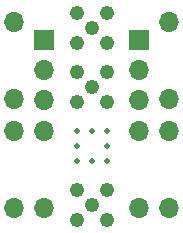
<source format=gbr>
%TF.GenerationSoftware,KiCad,Pcbnew,8.0.9-1.fc41*%
%TF.CreationDate,2025-03-19T11:39:37+02:00*%
%TF.ProjectId,Onsemi-3mm-TH-Con,4f6e7365-6d69-42d3-936d-6d2d54482d43,rev?*%
%TF.SameCoordinates,Original*%
%TF.FileFunction,Soldermask,Top*%
%TF.FilePolarity,Negative*%
%FSLAX46Y46*%
G04 Gerber Fmt 4.6, Leading zero omitted, Abs format (unit mm)*
G04 Created by KiCad (PCBNEW 8.0.9-1.fc41) date 2025-03-19 11:39:37*
%MOMM*%
%LPD*%
G01*
G04 APERTURE LIST*
%ADD10C,1.240000*%
%ADD11O,1.700000X1.700000*%
%ADD12R,1.700000X1.700000*%
%ADD13C,0.500000*%
G04 APERTURE END LIST*
D10*
%TO.C,J-PWR-2*%
X150000000Y-105000000D03*
X148730000Y-103730000D03*
X148730000Y-106270000D03*
X151270000Y-103730000D03*
X151270000Y-106270000D03*
%TD*%
D11*
%TO.C,R3*%
X156540000Y-96030000D03*
X156540000Y-89490000D03*
%TD*%
D12*
%TO.C,J-SIG1*%
X154000000Y-91000000D03*
D11*
X154000000Y-93540000D03*
X154000000Y-96080000D03*
%TD*%
D13*
%TO.C,D1*%
X148739906Y-101260000D03*
X148739906Y-100000000D03*
X148739906Y-98740000D03*
X150000000Y-101260000D03*
X150000000Y-98740000D03*
X151260094Y-101260000D03*
X151260094Y-100000000D03*
X151260094Y-98740000D03*
%TD*%
D11*
%TO.C,C1*%
X146000000Y-105270000D03*
X146000000Y-98730000D03*
%TD*%
%TO.C,R1*%
X143460000Y-98730000D03*
X143460000Y-105270000D03*
%TD*%
D10*
%TO.C,J-SIG-1*%
X150000000Y-95000000D03*
X148730000Y-93730000D03*
X148730000Y-96270000D03*
X151270000Y-93730000D03*
X151270000Y-96270000D03*
%TD*%
D12*
%TO.C,J-PWR1*%
X146000000Y-91000000D03*
D11*
X146000000Y-93540000D03*
X146000000Y-96080000D03*
%TD*%
%TO.C,R2*%
X154000000Y-105270000D03*
X154000000Y-98730000D03*
%TD*%
D10*
%TO.C,J-SIG-2*%
X150000000Y-90000000D03*
X148730000Y-88730000D03*
X148730000Y-91270000D03*
X151270000Y-88730000D03*
X151270000Y-91270000D03*
%TD*%
D11*
%TO.C,C3*%
X143460000Y-96030000D03*
X143460000Y-89490000D03*
%TD*%
%TO.C,C2*%
X156540000Y-105270000D03*
X156540000Y-98730000D03*
%TD*%
M02*

</source>
